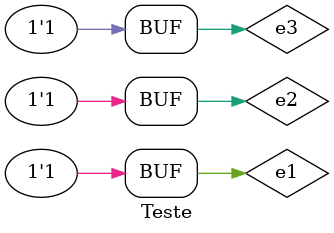
<source format=v>
 /* 02.) Realizar a simulação de um operador de soma-completa
     usando pelo menos dois subcircuitos de meia-soma
     (modelo compacto AND, XOR, s0, s1 e s2).
     DICA Para abrir um subcircuito no Logisim, 
           clicar o botão direito sobre o nome do circuito
           e escolher o nome (evitar espaços em branco).
           Observar a seleção do circuitosubcircuito
           de trabalho (lupa).     */

module AndGate (s0,e1,e2);
       input e1,e2;
       output s0;

       assign s0= e1 & e2;
//       and AND1 (s0, e1,e2);
endmodule

module XorGate (s0,e1,e2);
       input e1,e2;
       output s0;

       assign s0 = (~e1 & e2) | (e1 & ~e2);
//       xor XOR1 (s0, e1,e2);
endmodule

module OrGate (s0,e1,e2);
       input e1,e2;
       output s0;

       assign s0 = e1 | e2;
//       or OR1 ( s0, e1, e2);
endmodule

module HalfAdder (s0,s1,e1,e2);
       input e1,e2;
       output s0,s1;

       AndGate AND1 (s1,e1,e2);
       XorGate XOR1 (s0,e1,e2);
endmodule

module SomaCompleta (s0,s1,e1,e2,e3);
       input e1,e2,e3;
       output s0,s1;
       wire   b,d,c;

       HalfAdder HA1 (b,d,e2,e3);
       HalfAdder HA2 (s0,c,e1,b);

       OrGate OR1 (s1,c,d);
endmodule

module Teste;
       reg e1,e2,e3;
       wire s0,s1,s2;

       SomaCompleta SC (s0,s1,e1,e2,e3);

       initial begin
       e1=0; e2=0; e3=0;

       $display ("Ex02_Guia04_Rafael Moreira Melo_405834");
       $display ("Teste EX02");

       $monitor ("%b %b %b = %b %b", e1,e2,e3,s1,s0);

       #1 e1=0; e2=0; e3=1;
       #1 e1=0; e2=1; e3=0;
       #1 e1=0; e2=1; e3=1;
       #1 e1=1; e2=0; e3=0;
       #1 e1=1; e2=0; e3=1;
       #1 e1=1; e2=1; e3=0;
       #1 e2=1; e2=1; e3=1;
       
       end
endmodule

// OBS.: DAR PREFERENCIAS 'AS PORTAS AO INVES DAS EXPRESSOES.
</source>
